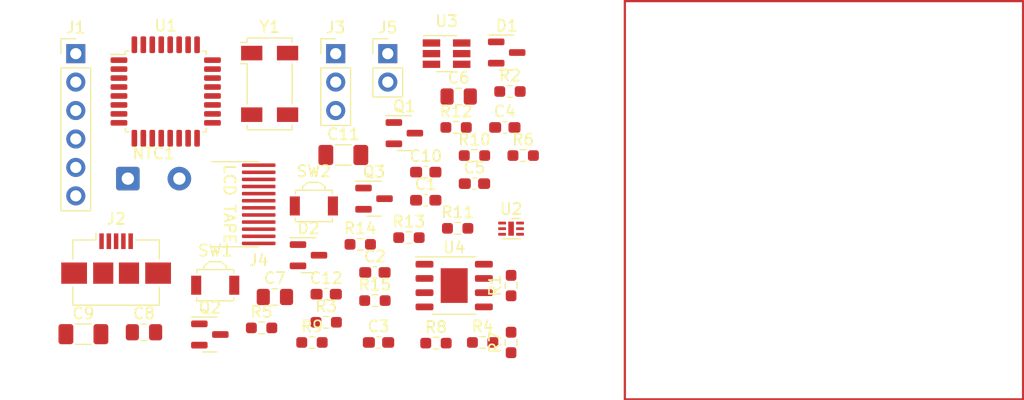
<source format=kicad_pcb>
(kicad_pcb (version 20211014) (generator pcbnew)
  (layers (0 "F.Cu" signal) (31 "B.Cu" signal) (34 "B.Paste" user) (35 "F.Paste" user) (36 "B.SilkS" user "B.Silkscreen") (37 "F.SilkS" user "F.Silkscreen") (38 "B.Mask" user) (39 "F.Mask" user) (44 "Edge.Cuts" user))
  (net 0 "")
  (net 1 "VCC")
  (net 2 "GND")
  (net 3 "/RTC_OSC_OUT")
  (net 4 "/RTC_OSC_IN")
  (net 5 "+BATT")
  (net 6 "Net-(C7-Pad1)")
  (net 7 "+5V")
  (net 8 "/SW_1")
  (net 9 "/SW_2")
  (net 10 "Net-(D1-Pad3)")
  (net 11 "Net-(D2-Pad3)")
  (net 12 "/SWCLK")
  (net 13 "/SWDIO")
  (net 14 "/NRST")
  (net 19 "Net-(J3-Pad1)")
  (net 20 "Net-(J3-Pad3)")
  (net 21 "Net-(J4-Pad2)")
  (net 22 "/LCD_DC")
  (net 23 "/LCD_CS")
  (net 24 "/LCD_SCK")
  (net 25 "/LCD_SDA")
  (net 26 "/LCD_RST")
  (net 27 "Net-(NTC1-Pad2)")
  (net 28 "Net-(Q1-Pad1)")
  (net 29 "Net-(Q1-Pad3)")
  (net 30 "Net-(Q2-Pad3)")
  (net 31 "Net-(Q3-Pad1)")
  (net 32 "Net-(Q3-Pad3)")
  (net 33 "/A_BAT_EN")
  (net 34 "/A_BAT")
  (net 35 "/LCD_BLK")
  (net 36 "Net-(R13-Pad1)")
  (net 37 "/BAT_CH")
  (net 40 "/UART.TX")
  (net 41 "/UART.RX")
  (footprint "Resistor_SMD:R_0603_1608Metric_Pad0.98x0.95mm_HandSolder" (layer "F.Cu") (at 155.98 56.68)
    (fp_text reference "R13" (at 0 -1.43) (layer "F.SilkS"))
    (fp_text value "2,4k")
    (fp_line (start -0.254724 0.5225) (end 0.254724 0.5225) (layer "F.SilkS") (width 0.12))
    (fp_line (start -0.254724 -0.5225) (end 0.254724 -0.5225) (layer "F.SilkS") (width 0.12))
    (pad "1" smd roundrect (at -0.9125 0) (size 0.975 0.95) (layers "F.Cu" "F.Paste" "F.Mask") (net 36 "Net-(R13-Pad1)"))
    (pad "2" smd roundrect (at 0.9125 0) (size 0.975 0.95) (layers "F.Cu" "F.Paste" "F.Mask") (net 2 "GND"))
  )
  (footprint "Capacitor_SMD:C_0603_1608Metric_Pad1.08x0.95mm_HandSolder" (layer "F.Cu") (at 152.94 59.79)
    (fp_text reference "C2" (at 0 -1.43) (layer "F.SilkS"))
    (fp_text value "100n")
    (fp_line (start -0.146267 0.51) (end 0.146267 0.51) (layer "F.SilkS") (width 0.12))
    (fp_line (start -0.146267 -0.51) (end 0.146267 -0.51) (layer "F.SilkS") (width 0.12))
    (pad "1" smd roundrect (at -0.8625 0) (size 1.075 0.95) (layers "F.Cu" "F.Paste" "F.Mask") (net 1 "VCC"))
    (pad "2" smd roundrect (at 0.8625 0) (size 1.075 0.95) (layers "F.Cu" "F.Paste" "F.Mask") (net 2 "GND"))
  )
  (footprint "Capacitor_SMD:C_0805_2012Metric_Pad1.18x1.45mm_HandSolder" (layer "F.Cu") (at 132.32 65.13)
    (fp_text reference "C8" (at 0 -1.68) (layer "F.SilkS"))
    (fp_text value "1u")
    (fp_line (start -0.261252 0.735) (end 0.261252 0.735) (layer "F.SilkS") (width 0.12))
    (fp_line (start -0.261252 -0.735) (end 0.261252 -0.735) (layer "F.SilkS") (width 0.12))
    (pad "1" smd roundrect (at -1.0375 0) (size 1.175 1.45) (layers "F.Cu" "F.Paste" "F.Mask") (roundrect_rratio 0.212766) (net 1 "VCC"))
    (pad "2" smd roundrect (at 1.0375 0) (size 1.175 1.45) (layers "F.Cu" "F.Paste" "F.Mask") (roundrect_rratio 0.212766) (net 2 "GND"))
  )
  (footprint "Package_TO_SOT_SMD:SOT-23" (layer "F.Cu") (at 138.2 65.33)
    (fp_text reference "Q2" (at 0 -2.4) (layer "F.SilkS"))
    (fp_text value "IRLML6402")
    (fp_line (start 0 -1.56) (end -1.675 -1.56) (layer "F.SilkS") (width 0.12))
    (fp_line (start 0 1.56) (end -0.65 1.56) (layer "F.SilkS") (width 0.12))
    (fp_line (start 0 -1.56) (end 0.65 -1.56) (layer "F.SilkS") (width 0.12))
    (fp_line (start 0 1.56) (end 0.65 1.56) (layer "F.SilkS") (width 0.12))
    (pad "1" smd roundrect (at -0.9375 -0.95) (size 1.475 0.6) (layers "F.Cu" "F.Paste" "F.Mask") (net 29 "Net-(Q1-Pad3)"))
    (pad "2" smd roundrect (at -0.9375 0.95) (size 1.475 0.6) (layers "F.Cu" "F.Paste" "F.Mask") (net 5 "+BATT"))
    (pad "3" smd roundrect (at 0.9375 0) (size 1.475 0.6) (layers "F.Cu" "F.Paste" "F.Mask") (net 30 "Net-(Q2-Pad3)"))
  )
  (footprint "Capacitor_SMD:C_0603_1608Metric_Pad1.08x0.95mm_HandSolder" (layer "F.Cu") (at 153.2625 66.04)
    (fp_text reference "C3" (at 0 -1.43) (layer "F.SilkS"))
    (fp_text value "100n")
    (fp_line (start -0.146267 0.51) (end 0.146267 0.51) (layer "F.SilkS") (width 0.12))
    (fp_line (start -0.146267 -0.51) (end 0.146267 -0.51) (layer "F.SilkS") (width 0.12))
    (pad "1" smd roundrect (at -0.8625 0) (size 1.075 0.95) (layers "F.Cu" "F.Paste" "F.Mask") (net 1 "VCC"))
    (pad "2" smd roundrect (at 0.8625 0) (size 1.075 0.95) (layers "F.Cu" "F.Paste" "F.Mask") (net 2 "GND"))
  )
  (footprint "Resistor_SMD:R_0603_1608Metric_Pad0.98x0.95mm_HandSolder" (layer "F.Cu") (at 158.3925 66.1)
    (fp_text reference "R8" (at 0 -1.43) (layer "F.SilkS"))
    (fp_text value "1k")
    (fp_line (start -0.254724 -0.5225) (end 0.254724 -0.5225) (layer "F.SilkS") (width 0.12))
    (fp_line (start -0.254724 0.5225) (end 0.254724 0.5225) (layer "F.SilkS") (width 0.12))
    (pad "1" smd roundrect (at -0.9125 0) (size 0.975 0.95) (layers "F.Cu" "F.Paste" "F.Mask") (net 35 "/LCD_BLK"))
    (pad "2" smd roundrect (at 0.9125 0) (size 0.975 0.95) (layers "F.Cu" "F.Paste" "F.Mask") (net 31 "Net-(Q3-Pad1)"))
  )
  (footprint "Connector_PinHeader_2.54mm:PinHeader_1x03_P2.54mm_Vertical" (layer "F.Cu") (at 149.44 40.25)
    (fp_text reference "J3" (at 0 -2.33) (layer "F.SilkS"))
    (fp_text value "Conn_01x03_Male")
    (fp_line (start -1.33 -1.33) (end 0 -1.33) (layer "F.SilkS") (width 0.12))
    (fp_line (start -1.33 1.27) (end -1.33 6.41) (layer "F.SilkS") (width 0.12))
    (fp_line (start 1.33 1.27) (end 1.33 6.41) (layer "F.SilkS") (width 0.12))
    (fp_line (start -1.33 0) (end -1.33 -1.33) (layer "F.SilkS") (width 0.12))
    (fp_line (start -1.33 6.41) (end 1.33 6.41) (layer "F.SilkS") (width 0.12))
    (fp_line (start -1.33 1.27) (end 1.33 1.27) (layer "F.SilkS") (width 0.12))
    (pad "1" thru_hole rect (at 0 0) (size 1.7 1.7) (drill 1) (layers *.Cu *.Mask) (net 19 "Net-(J3-Pad1)"))
    (pad "2" thru_hole oval (at 0 2.54) (size 1.7 1.7) (drill 1) (layers *.Cu *.Mask) (net 2 "GND"))
    (pad "3" thru_hole oval (at 0 5.08) (size 1.7 1.7) (drill 1) (layers *.Cu *.Mask) (net 20 "Net-(J3-Pad3)"))
  )
  (footprint "Connector:Flex_Tape_12x0.635" (layer "F.Cu") (at 142.565 53.695)
    (fp_text reference "J4" (at 0 5 unlocked) (layer "F.SilkS"))
    (fp_text value "Conn_01x12")
    (fp_text user "LCD TAPE" (at -2.6 0 270 unlocked) (layer "F.SilkS"))
    (fp_line (start 0 -3.8) (end -4.2 -3.8) (layer "F.SilkS") (width 0.12))
    (fp_line (start 0 3.8) (end -4.2 3.8) (layer "F.SilkS") (width 0.12))
    (pad "1" smd roundrect (at 0 -3.485) (size 3 0.315) (layers "F.Cu" "F.Paste" "F.Mask") (net 2 "GND"))
    (pad "2" smd roundrect (at 0 -2.85) (size 3 0.315) (layers "F.Cu" "F.Paste" "F.Mask") (net 21 "Net-(J4-Pad2)"))
    (pad "3" smd roundrect (at 0 -2.215) (size 3 0.315) (layers "F.Cu" "F.Paste" "F.Mask") (net 1 "VCC"))
    (pad "4" smd roundrect (at 0 -1.58) (size 3 0.315) (layers "F.Cu" "F.Paste" "F.Mask") (net 1 "VCC"))
    (pad "5" smd roundrect (at 0 -0.945) (size 3 0.315) (layers "F.Cu" "F.Paste" "F.Mask") (net 2 "GND"))
    (pad "6" smd roundrect (at 0 -0.31) (size 3 0.315) (layers "F.Cu" "F.Paste" "F.Mask") (net 2 "GND"))
    (pad "7" smd roundrect (at 0 0.325) (size 3 0.315) (layers "F.Cu" "F.Paste" "F.Mask") (net 22 "/LCD_DC"))
    (pad "8" smd roundrect (at 0 0.96) (size 3 0.315) (layers "F.Cu" "F.Paste" "F.Mask") (net 23 "/LCD_CS"))
    (pad "9" smd roundrect (at 0 1.595) (size 3 0.315) (layers "F.Cu" "F.Paste" "F.Mask") (net 24 "/LCD_SCK"))
    (pad "10" smd roundrect (at 0 2.23) (size 3 0.315) (layers "F.Cu" "F.Paste" "F.Mask") (net 25 "/LCD_SDA"))
    (pad "11" smd roundrect (at 0 2.865) (size 3 0.315) (layers "F.Cu" "F.Paste" "F.Mask") (net 26 "/LCD_RST"))
    (pad "12" smd roundrect (at 0 3.5) (size 3 0.315) (layers "F.Cu" "F.Paste" "F.Mask") (net 2 "GND"))
  )
  (footprint "Resistor_SMD:R_0603_1608Metric_Pad0.98x0.95mm_HandSolder" (layer "F.Cu") (at 162.56 66.04)
    (fp_text reference "R4" (at 0 -1.43) (layer "F.SilkS"))
    (fp_text value "100R")
    (fp_line (start -0.254724 -0.5225) (end 0.254724 -0.5225) (layer "F.SilkS") (width 0.12))
    (fp_line (start -0.254724 0.5225) (end 0.254724 0.5225) (layer "F.SilkS") (width 0.12))
    (pad "1" smd roundrect (at -0.9125 0) (size 0.975 0.95) (layers "F.Cu" "F.Paste" "F.Mask") (net 20 "Net-(J3-Pad3)"))
    (pad "2" smd roundrect (at 0.9125 0) (size 0.975 0.95) (layers "F.Cu" "F.Paste" "F.Mask") (net 10 "Net-(D1-Pad3)"))
  )
  (footprint "Connector_Wire:SolderWire-0.5sqmm_1x02_P4.6mm_D0.9mm_OD2.1mm" (layer "F.Cu") (at 130.88 51.41)
    (fp_text reference "NTC1" (at 2.3 -2.25) (layer "F.SilkS"))
    (fp_text value "R")
    (pad "1" thru_hole roundrect (at 0 0) (size 2.1 2.1) (drill 1.1) (layers *.Cu *.Mask) (roundrect_rratio 0.119048) (net 2 "GND"))
    (pad "2" thru_hole circle (at 4.6 0) (size 2.1 2.1) (drill 1.1) (layers *.Cu *.Mask) (net 27 "Net-(NTC1-Pad2)"))
  )
  (footprint "Resistor_SMD:R_0603_1608Metric_Pad0.98x0.95mm_HandSolder" (layer "F.Cu") (at 151.63 57.28)
    (fp_text reference "R14" (at 0 -1.43) (layer "F.SilkS"))
    (fp_text value "10k")
    (fp_line (start -0.254724 0.5225) (end 0.254724 0.5225) (layer "F.SilkS") (width 0.12))
    (fp_line (start -0.254724 -0.5225) (end 0.254724 -0.5225) (layer "F.SilkS") (width 0.12))
    (pad "1" smd roundrect (at -0.9125 0) (size 0.975 0.95) (layers "F.Cu" "F.Paste" "F.Mask") (net 1 "VCC"))
    (pad "2" smd roundrect (at 0.9125 0) (size 0.975 0.95) (layers "F.Cu" "F.Paste" "F.Mask") (net 8 "/SW_1"))
  )
  (footprint "Capacitor_SMD:C_1206_3216Metric_Pad1.33x1.80mm_HandSolder" (layer "F.Cu") (at 150.12 49.3)
    (fp_text reference "C11" (at 0 -1.85) (layer "F.SilkS"))
    (fp_text value "10uF")
    (fp_line (start -0.711252 0.91) (end 0.711252 0.91) (layer "F.SilkS") (width 0.12))
    (fp_line (start -0.711252 -0.91) (end 0.711252 -0.91) (layer "F.SilkS") (width 0.12))
    (pad "1" smd roundrect (at -1.5625 0) (size 1.325 1.8) (layers "F.Cu" "F.Paste" "F.Mask") (roundrect_rratio 0.188679) (net 5 "+BATT"))
    (pad "2" smd roundrect (at 1.5625 0) (size 1.325 1.8) (layers "F.Cu" "F.Paste" "F.Mask") (roundrect_rratio 0.188679) (net 2 "GND"))
  )
  (footprint "Resistor_SMD:R_0603_1608Metric_Pad0.98x0.95mm_HandSolder" (layer "F.Cu") (at 160.19 46.84)
    (fp_text reference "R12" (at 0 -1.43) (layer "F.SilkS"))
    (fp_text value "R")
    (fp_line (start -0.254724 0.5225) (end 0.254724 0.5225) (layer "F.SilkS") (width 0.12))
    (fp_line (start -0.254724 -0.5225) (end 0.254724 -0.5225) (layer "F.SilkS") (width 0.12))
    (pad "1" smd roundrect (at -0.9125 0) (size 0.975 0.95) (layers "F.Cu" "F.Paste" "F.Mask") (net 27 "Net-(NTC1-Pad2)"))
    (pad "2" smd roundrect (at 0.9125 0) (size 0.975 0.95) (layers "F.Cu" "F.Paste" "F.Mask") (net 2 "GND"))
  )
  (footprint "Package_TO_SOT_SMD:SOT-23" (layer "F.Cu") (at 164.71 40.15)
    (fp_text reference "D1" (at 0 -2.4) (layer "F.SilkS"))
    (fp_text value "BAT54S")
    (fp_line (start 0 -1.56) (end 0.65 -1.56) (layer "F.SilkS") (width 0.12))
    (fp_line (start 0 -1.56) (end -1.675 -1.56) (layer "F.SilkS") (width 0.12))
    (fp_line (start 0 1.56) (end 0.65 1.56) (layer "F.SilkS") (width 0.12))
    (fp_line (start 0 1.56) (end -0.65 1.56) (layer "F.SilkS") (width 0.12))
    (pad "1" smd roundrect (at -0.9375 -0.95) (size 1.475 0.6) (layers "F.Cu" "F.Paste" "F.Mask") (net 2 "GND"))
    (pad "2" smd roundrect (at -0.9375 0.95) (size 1.475 0.6) (layers "F.Cu" "F.Paste" "F.Mask") (net 1 "VCC"))
    (pad "3" smd roundrect (at 0.9375 0) (size 1.475 0.6) (layers "F.Cu" "F.Paste" "F.Mask") (net 10 "Net-(D1-Pad3)"))
  )
  (footprint "Package_SO:HSOP-8-1EP_3.9x4.9mm_P1.27mm_EP2.41x3.1mm" (layer "F.Cu") (at 160.02 60.96)
    (fp_text reference "U4" (at 0 -3.4) (layer "F.SilkS"))
    (fp_text value "TP4056")
    (fp_line (start 0 2.56) (end 1.95 2.56) (layer "F.SilkS") (width 0.12))
    (fp_line (start 0 -2.56) (end 1.95 -2.56) (layer "F.SilkS") (width 0.12))
    (fp_line (start 0 -2.56) (end -3.45 -2.56) (layer "F.SilkS") (width 0.12))
    (fp_line (start 0 2.56) (end -1.95 2.56) (layer "F.SilkS") (width 0.12))
    (pad "1" smd roundrect (at -2.65 -1.905) (size 1.6 0.6) (layers "F.Cu" "F.Paste" "F.Mask") (net 27 "Net-(NTC1-Pad2)"))
    (pad "2" smd roundrect (at -2.65 -0.635) (size 1.6 0.6) (layers "F.Cu" "F.Paste" "F.Mask") (net 36 "Net-(R13-Pad1)"))
    (pad "3" smd roundrect (at -2.65 0.635) (size 1.6 0.6) (layers "F.Cu" "F.Paste" "F.Mask") (net 2 "GND"))
    (pad "4" smd roundrect (at -2.65 1.905) (size 1.6 0.6) (layers "F.Cu" "F.Paste" "F.Mask") (net 7 "+5V"))
    (pad "5" smd roundrect (at 2.65 1.905) (size 1.6 0.6) (layers "F.Cu" "F.Paste" "F.Mask") (net 5 "+BATT"))
    (pad "6" smd roundrect (at 2.65 0.635) (size 1.6 0.6) (layers "F.Cu" "F.Paste" "F.Mask"))
    (pad "7" smd roundrect (at 2.65 -0.635) (size 1.6 0.6) (layers "F.Cu" "F.Paste" "F.Mask") (net 37 "/BAT_CH"))
    (pad "8" smd roundrect (at 2.65 -1.905) (size 1.6 0.6) (layers "F.Cu" "F.Paste" "F.Mask") (net 7 "+5V"))
    (pad "9" smd rect (at 0 0) (size 2.41 3.1) (layers "F.Cu" "F.Mask") (net 2 "GND"))
  )
  (footprint "Resistor_SMD:R_0603_1608Metric_Pad0.98x0.95mm_HandSolder" (layer "F.Cu") (at 166.18 49.35)
    (fp_text reference "R6" (at 0 -1.43) (layer "F.SilkS"))
    (fp_text value "100k")
    (fp_line (start -0.254724 -0.5225) (end 0.254724 -0.5225) (layer "F.SilkS") (width 0.12))
    (fp_line (start -0.254724 0.5225) (end 0.254724 0.5225) (layer "F.SilkS") (width 0.12))
    (pad "1" smd roundrect (at -0.9125 0) (size 0.975 0.95) (layers "F.Cu" "F.Paste" "F.Mask") (net 30 "Net-(Q2-Pad3)"))
    (pad "2" smd roundrect (at 0.9125 0) (size 0.975 0.95) (layers "F.Cu" "F.Paste" "F.Mask") (net 34 "/A_BAT"))
  )
  (footprint "Package_TO_SOT_SMD:SOT-23" (layer "F.Cu") (at 152.86 53.2)
    (fp_text reference "Q3" (at 0 -2.4) (layer "F.SilkS"))
    (fp_text value "BC817")
    (fp_line (start 0 1.56) (end -0.65 1.56) (layer "F.SilkS") (width 0.12))
    (fp_line (start 0 -1.56) (end 0.65 -1.56) (layer "F.SilkS") (width 0.12))
    (fp_line (start 0 -1.56) (end -1.675 -1.56) (layer "F.SilkS") (width 0.12))
    (fp_line (start 0 1.56) (end 0.65 1.56) (layer "F.SilkS") (width 0.12))
    (pad "1" smd roundrect (at -0.9375 -0.95) (size 1.475 0.6) (layers "F.Cu" "F.Paste" "F.Mask") (net 31 "Net-(Q3-Pad1)"))
    (pad "2" smd roundrect (at -0.9375 0.95) (size 1.475 0.6) (layers "F.Cu" "F.Paste" "F.Mask") (net 2 "GND"))
    (pad "3" smd roundrect (at 0.9375 0) (size 1.475 0.6) (layers "F.Cu" "F.Paste" "F.Mask") (net 32 "Net-(Q3-Pad3)"))
  )
  (footprint "Package_TO_SOT_SMD:SOT-23-6_Handsoldering" (layer "F.Cu") (at 159.34 40.25)
    (fp_text reference "U3" (at 0 -2.9) (layer "F.SilkS"))
    (fp_text value "74AUC2G34")
    (fp_line (start -0.9 1.61) (end 0.9 1.61) (layer "F.SilkS") (width 0.12))
    (fp_line (start 0.9 -1.61) (end -2.05 -1.61) (layer "F.SilkS") (width 0.12))
    (pad "1" smd rect (at -1.35 -0.95) (size 1.56 0.65) (layers "F.Cu" "F.Paste" "F.Mask") (net 11 "Net-(D2-Pad3)"))
    (pad "2" smd rect (at -1.35 0) (size 1.56 0.65) (layers "F.Cu" "F.Paste" "F.Mask") (net 2 "GND"))
    (pad "3" smd rect (at -1.35 0.95) (size 1.56 0.65) (layers "F.Cu" "F.Paste" "F.Mask") (net 40 "/UART.TX"))
    (pad "4" smd rect (at 1.35 0.95) (size 1.56 0.65) (layers "F.Cu" "F.Paste" "F.Mask") (net 10 "Net-(D1-Pad3)"))
    (pad "5" smd rect (at 1.35 0) (size 1.56 0.65) (layers "F.Cu" "F.Paste" "F.Mask") (net 1 "VCC"))
    (pad "6" smd rect (at 1.35 -0.95) (size 1.56 0.65) (layers "F.Cu" "F.Paste" "F.Mask") (net 41 "/UART.RX"))
  )
  (footprint "Resistor_SMD:R_0603_1608Metric_Pad0.98x0.95mm_HandSolder" (layer "F.Cu") (at 165 43.63)
    (fp_text reference "R2" (at 0 -1.43) (layer "F.SilkS"))
    (fp_text value "100k")
    (fp_line (start -0.254724 0.5225) (end 0.254724 0.5225) (layer "F.SilkS") (width 0.12))
    (fp_line (start -0.254724 -0.5225) (end 0.254724 -0.5225) (layer "F.SilkS") (width 0.12))
    (pad "1" smd roundrect (at -0.9125 0) (size 0.975 0.95) (layers "F.Cu" "F.Paste" "F.Mask") (net 5 "+BATT"))
    (pad "2" smd roundrect (at 0.9125 0) (size 0.975 0.95) (layers "F.Cu" "F.Paste" "F.Mask") (net 29 "Net-(Q1-Pad3)"))
  )
  (footprint "Resistor_SMD:R_0603_1608Metric_Pad0.98x0.95mm_HandSolder" (layer "F.Cu") (at 161.83 49.35)
    (fp_text reference "R10" (at 0 -1.43) (layer "F.SilkS"))
    (fp_text value "10R")
    (fp_line (start -0.254724 0.5225) (end 0.254724 0.5225) (layer "F.SilkS") (width 0.12))
    (fp_line (start -0.254724 -0.5225) (end 0.254724 -0.5225) (layer "F.SilkS") (width 0.12))
    (pad "1" smd roundrect (at -0.9125 0) (size 0.975 0.95) (layers "F.Cu" "F.Paste" "F.Mask") (net 32 "Net-(Q3-Pad3)"))
    (pad "2" smd roundrect (at 0.9125 0) (size 0.975 0.95) (layers "F.Cu" "F.Paste" "F.Mask") (net 21 "Net-(J4-Pad2)"))
  )
  (footprint "Connector_USB:USB_Micro-B_Amphenol_10104110_Horizontal" (layer "F.Cu") (at 129.83 58.55)
    (fp_text reference "J2" (at 0 -3.55) (layer "F.SilkS"))
    (fp_text value "USB_B_Micro")
    (fp_line (start 3.86 0.05) (end 3.86 -1.66) (layer "F.SilkS") (width 0.12))
    (fp_line (start 3.86 4.16) (end 3.86 2.55) (layer "F.SilkS") (width 0.12))
    (fp_line (start -3.86 0.05) (end -3.86 -1.66) (layer "F.SilkS") (width 0.12))
    (fp_line (start -3.86 -1.66) (end -1.8 -1.66) (layer "F.SilkS") (width 0.12))
    (fp_line (start -3.86 4.16) (end -3.86 2.55) (layer "F.SilkS") (width 0.12))
    (fp_line (start -3.86 4.16) (end 3.86 4.16) (layer "F.SilkS") (width 0.12))
    (fp_line (start 3.86 -1.66) (end 1.8 -1.66) (layer "F.SilkS") (width 0.12))
    (fp_line (start -1.8 -1.66) (end -1.8 -2.25) (layer "F.SilkS") (width 0.12))
    (pad "1" smd rect (at -1.3 -1.55) (size 0.4 1.4) (layers "F.Cu" "F.Paste" "F.Mask") (net 7 "+5V"))
    (pad "2" smd rect (at -0.65 -1.55) (size 0.4 1.4) (layers "F.Cu" "F.Paste" "F.Mask"))
    (pad "3" smd rect (at 0 -1.55) (size 0.4 1.4) (layers "F.Cu" "F.Paste" "F.Mask"))
    (pad "4" smd rect (at 0.65 -1.55) (size 0.4 1.4) (layers "F.Cu" "F.Paste" "F.Mask"))
    (pad "5" smd rect (at 1.3 -1.55) (size 0.4 1.4) (layers "F.Cu" "F.Paste" "F.Mask") (net 2 "GND"))
    (pad "6" smd rect (at -3.75 1.3) (size 2.3 1.9) (layers "F.Cu" "F.Paste" "F.Mask") (net 2 "GND"))
    (pad "6" smd rect (at 1.15 1.3) (size 1.8 1.9) (layers "F.Cu" "F.Paste" "F.Mask") (net 2 "GND"))
    (pad "6" smd rect (at 3.75 1.3) (size 2.3 1.9) (layers "F.Cu" "F.Paste" "F.Mask") (net 2 "GND"))
    (pad "6" smd rect (at -1.15 1.3) (size 1.8 1.9) (layers "F.Cu" "F.Paste" "F.Mask") (net 2 "GND"))
  )
  (footprint "Package_TO_SOT_SMD:SOT-23" (layer "F.Cu") (at 147.01 58.25)
    (fp_text reference "D2" (at 0 -2.4) (layer "F.SilkS"))
    (fp_text value "BAT54S")
    (fp_line (start 0 1.56) (end 0.65 1.56) (layer "F.SilkS") (width 0.12))
    (fp_line (start 0 -1.56) (end -1.675 -1.56) (layer "F.SilkS") (width 0.12))
    (fp_line (start 0 -1.56) (end 0.65 -1.56) (layer "F.SilkS") (width 0.12))
    (fp_line (start 0 1.56) (end -0.65 1.56) (layer "F.SilkS") (width 0.12))
    (pad "1" smd roundrect (at -0.9375 -0.95) (size 1.475 0.6) (layers "F.Cu" "F.Paste" "F.Mask") (net 2 "GND"))
    (pad "2" smd roundrect (at -0.9375 0.95) (size 1.475 0.6) (layers "F.Cu" "F.Paste" "F.Mask") (net 1 "VCC"))
    (pad "3" smd roundrect (at 0.9375 0) (size 1.475 0.6) (layers "F.Cu" "F.Paste" "F.Mask") (net 11 "Net-(D2-Pad3)"))
  )
  (footprint "Capacitor_SMD:C_0603_1608Metric_Pad1.08x0.95mm_HandSolder" (layer "F.Cu") (at 161.83 51.86)
    (fp_text reference "C5" (at 0 -1.43) (layer "F.SilkS"))
    (fp_text value "27pF")
    (fp_line (start -0.146267 -0.51) (end 0.146267 -0.51) (layer "F.SilkS") (width 0.12))
    (fp_line (start -0.146267 0.51) (end 0.146267 0.51) (layer "F.SilkS") (width 0.12))
    (pad "1" smd roundrect (at -0.8625 0) (size 1.075 0.95) (layers "F.Cu" "F.Paste" "F.Mask") (net 4 "/RTC_OSC_IN"))
    (pad "2" smd roundrect (at 0.8625 0) (size 1.075 0.95) (layers "F.Cu" "F.Paste" "F.Mask") (net 2 "GND"))
  )
  (footprint "Resistor_SMD:R_0603_1608Metric_Pad0.98x0.95mm_HandSolder" (layer "F.Cu") (at 160.33 55.85)
    (fp_text reference "R11" (at 0 -1.43) (layer "F.SilkS"))
    (fp_text value "R")
    (fp_line (start -0.254724 -0.5225) (end 0.254724 -0.5225) (layer "F.SilkS") (width 0.12))
    (fp_line (start -0.254724 0.5225) (end 0.254724 0.5225) (layer "F.SilkS") (width 0.12))
    (pad "1" smd roundrect (at -0.9125 0) (size 0.975 0.95) (layers "F.Cu" "F.Paste" "F.Mask") (net 7 "+5V"))
    (pad "2" smd roundrect (at 0.9125 0) (size 0.975 0.95) (layers "F.Cu" "F.Paste" "F.Mask") (net 27 "Net-(NTC1-Pad2)"))
  )
  (footprint "Connector_PinHeader_2.54mm:PinHeader_1x02_P2.54mm_Vertical" (layer "F.Cu") (at 154.09 40.25)
    (fp_text reference "J5" (at 0 -2.33) (layer "F.SilkS"))
    (fp_text value "Conn_01x02_Male")
    (fp_line (start -1.33 1.27) (end 1.33 1.27) (layer "F.SilkS") (width 0.12))
    (fp_line (start -1.33 3.87) (end 1.33 3.87) (layer "F.SilkS") (width 0.12))
    (fp_line (start -1.33 1.27) (end -1.33 3.87) (layer "F.SilkS") (width 0.12))
    (fp_line (start -1.33 0) (end -1.33 -1.33) (layer "F.SilkS") (width 0.12))
    (fp_line (start -1.33 -1.33) (end 0 -1.33) (layer "F.SilkS") (width 0.12))
    (fp_line (start 1.33 1.27) (end 1.33 3.87) (layer "F.SilkS") (width 0.12))
    (pad "1" thru_hole rect (at 0 0) (size 1.7 1.7) (drill 1) (layers *.Cu *.Mask) (net 2 "GND"))
    (pad "2" thru_hole oval (at 0 2.54) (size 1.7 1.7) (drill 1) (layers *.Cu *.Mask) (net 5 "+BATT"))
  )
  (footprint "Resistor_SMD:R_0603_1608Metric_Pad0.98x0.95mm_HandSolder" (layer "F.Cu") (at 165.1 66.04 90)
    (fp_text reference "R7" (at 0 -1.43 90) (layer "F.SilkS"))
    (fp_text value "10k")
    (fp_line (start -0.254724 -0.5225) (end 0.254724 -0.5225) (layer "F.SilkS") (width 0.12))
    (fp_line (start -0.254724 0.5225) (end 0.254724 0.5225) (layer "F.SilkS") (width 0.12))
    (pad "1" smd roundrect (at -0.9125 0 90) (size 0.975 0.95) (layers "F.Cu" "F.Paste" "F.Mask") (net 34 "/A_BAT"))
    (pad "2" smd roundrect (at 0.9125 0 90) (size 0.975 0.95) (layers "F.Cu" "F.Paste" "F.Mask") (net 2 "GND"))
  )
  (footprint "Capacitor_SMD:C_1206_3216Metric_Pad1.33x1.80mm_HandSolder" (layer "F.Cu") (at 126.91 65.3)
    (fp_text reference "C9" (at 0 -1.85) (layer "F.SilkS"))
    (fp_text value "10uF")
    (fp_line (start -0.711252 0.91) (end 0.711252 0.91) (layer "F.SilkS") (width 0.12))
    (fp_line (start -0.711252 -0.91) (end 0.711252 -0.91) (layer "F.SilkS") (width 0.12))
    (pad "1" smd roundrect (at -1.5625 0) (size 1.325 1.8) (layers "F.Cu" "F.Paste" "F.Mask") (roundrect_rratio 0.188679) (net 7 "+5V"))
    (pad "2" smd roundrect (at 1.5625 0) (size 1.325 1.8) (layers "F.Cu" "F.Paste" "F.Mask") (roundrect_rratio 0.188679) (net 2 "GND"))
  )
  (footprint "Capacitor_SMD:C_0805_2012Metric_Pad1.18x1.45mm_HandSolder" (layer "F.Cu") (at 144.01 61.98)
    (fp_text reference "C7" (at 0 -1.68) (layer "F.SilkS"))
    (fp_text value "1u")
    (fp_line (start -0.261252 -0.735) (end 0.261252 -0.735) (layer "F.SilkS") (width 0.12))
    (fp_line (start -0.261252 0.735) (end 0.261252 0.735) (layer "F.SilkS") (width 0.12))
    (pad "1" smd roundrect (at -1.0375 0) (size 1.175 1.45) (layers "F.Cu" "F.Paste" "F.Mask") (roundrect_rratio 0.212766) (net 6 "Net-(C7-Pad1)"))
    (pad "2" smd roundrect (at 1.0375 0) (size 1.175 1.45) (layers "F.Cu" "F.Paste" "F.Mask") (roundrect_rratio 0.212766) (net 2 "GND"))
  )
  (footprint "Resistor_SMD:R_0603_1608Metric_Pad0.98x0.95mm_HandSolder" (layer "F.Cu") (at 142.82 64.74)
    (fp_text reference "R5" (at 0 -1.43) (layer "F.SilkS"))
    (fp_text value "10k")
    (fp_line (start -0.254724 0.5225) (end 0.254724 0.5225) (layer "F.SilkS") (width 0.12))
    (fp_line (start -0.254724 -0.5225) (end 0.254724 -0.5225) (layer "F.SilkS") (width 0.12))
    (pad "1" smd roundrect (at -0.9125 0) (size 0.975 0.95) (layers "F.Cu" "F.Paste" "F.Mask") (net 2 "GND"))
    (pad "2" smd roundrect (at 0.9125 0) (size 0.975 0.95) (layers "F.Cu" "F.Paste" "F.Mask") (net 10 "Net-(D1-Pad3)"))
  )
  (footprint "Package_QFP:LQFP-32_7x7mm_P0.8mm" (layer "F.Cu") (at 134.26 43.63)
    (fp_text reference "U1" (at 0 -5.88) (layer "F.SilkS"))
    (fp_text value "STM32L051K6Tx")
    (fp_line (start -3.31 -3.61) (end -3.61 -3.61) (layer "F.SilkS") (width 0.12))
    (fp_line (start 3.31 -3.61) (end 3.61 -3.61) (layer "F.SilkS") (width 0.12))
    (fp_line (start -3.61 -3.31) (end -4.925 -3.31) (layer "F.SilkS") (width 0.12))
    (fp_line (start 3.61 -3.61) (end 3.61 -3.31) (layer "F.SilkS") (width 0.12))
    (fp_line (start -3.61 3.61) (end -3.61 3.31) (layer "F.SilkS") (width 0.12))
    (fp_line (start -3.61 -3.61) (end -3.61 -3.31) (layer "F.SilkS") (width 0.12))
    (fp_line (start 3.31 3.61) (end 3.61 3.61) (layer "F.SilkS") (width 0.12))
    (fp_line (start 3.61 3.61) (end 3.61 3.31) (layer "F.SilkS") (width 0.12))
    (fp_line (start -3.31 3.61) (end -3.61 3.61) (layer "F.SilkS") (width 0.12))
    (pad "1" smd roundrect (at -4.175 -2.8) (size 1.5 0.5) (layers "F.Cu" "F.Paste" "F.Mask") (net 1 "VCC"))
    (pad "2" smd roundrect (at -4.175 -2) (size 1.5 0.5) (layers "F.Cu" "F.Paste" "F.Mask") (net 4 "/RTC_OSC_IN"))
    (pad "3" smd roundrect (at -4.175 -1.2) (size 1.5 0.5) (layers "F.Cu" "F.Paste" "F.Mask") (net 3 "/RTC_OSC_OUT"))
    (pad "4" smd roundrect (at -4.175 -0.4) (size 1.5 0.5) (layers "F.Cu" "F.Paste" "F.Mask") (net 14 "/NRST"))
    (pad "5" smd roundrect (at -4.175 0.4) (size 1.5 0.5) (layers "F.Cu" "F.Paste" "F.Mask") (net 1 "VCC"))
    (pad "6" smd roundrect (at -4.175 1.2) (size 1.5 0.5) (layers "F.Cu" "F.Paste" "F.Mask") (net 34 "/A_BAT"))
    (pad "7" smd roundrect (at -4.175 2) (size 1.5 0.5) (layers "F.Cu" "F.Paste" "F.Mask") (net 37 "/BAT_CH"))
    (pad "8" smd roundrect (at -4.175 2.8) (size 1.5 0.5) (layers "F.Cu" "F.Paste" "F.Mask") (net 33 "/A_BAT_EN"))
    (pad "9" smd roundrect (at -2.8 4.175) (size 0.5 1.5) (layers "F.Cu" "F.Paste" "F.Mask"))
    (pad "10" smd roundrect (at -2 4.175) (size 0.5 1.5) (layers "F.Cu" "F.Paste" "F.Mask") (net 22 "/LCD_DC"))
    (pad "11" smd roundrect (at -1.2 4.175) (size 0.5 1.5) (layers "F.Cu" "F.Paste" "F.Mask") (net 24 "/LCD_SCK"))
    (pad "12" smd roundrect (at -0.4 4.175) (size 0.5 1.5) (layers "F.Cu" "F.Paste" "F.Mask") (net 35 "/LCD_BLK"))
    (pad "13" smd roundrect (at 0.4 4.175) (size 0.5 1.5) (layers "F.Cu" "F.Paste" "F.Mask") (net 25 "/LCD_SDA"))
    (pad "14" smd roundrect (at 1.2 4.175) (size 0.5 1.5) (layers "F.Cu" "F.Paste" "F.Mask") (net 23 "/LCD_CS"))
    (pad "15" smd roundrect (at 2 4.175) (size 0.5 1.5) (layers "F.Cu" "F.Paste" "F.Mask") (net 26 "/LCD_RST"))
    (pad "16" smd roundrect (at 2.8 4.175) (size 0.5 1.5) (layers "F.Cu" "F.Paste" "F.Mask") (net 2 "GND"))
    (pad "17" smd roundrect (at 4.175 2.8) (size 1.5 0.5) (layers "F.Cu" "F.Paste" "F.Mask") (net 1 "VCC"))
    (pad "18" smd roundrect (at 4.175 2) (size 1.5 0.5) (layers "F.Cu" "F.Paste" "F.Mask"))
    (pad "19" smd roundrect (at 4.175 1.2) (size 1.5 0.5) (layers "F.Cu" "F.Paste" "F.Mask") (net 40 "/UART.TX"))
    (pad "20" smd roundrect (at 4.175 0.4) (size 1.5 0.5) (layers "F.Cu" "F.Paste" "F.Mask") (net 41 "/UART.RX"))
    (pad "21" smd roundrect (at 4.175 -0.4) (size 1.5 0.5) (layers "F.Cu" "F.Paste" "F.Mask"))
    (pad "22" smd roundrect (at 4.175 -1.2) (size 1.5 0.5) (layers "F.Cu" "F.Paste" "F.Mask"))
    (pad "23" smd roundrect (at 4.175 -2) (size 1.5 0.5) (layers "F.Cu" "F.Paste" "F.Mask") (net 13 "/SWDIO"))
    (pad "24" smd roundrect (at 4.175 -2.8) (size 1.5 0.5) (layers "F.Cu" "F.Paste" "F.Mask") (net 12 "/SWCLK"))
    (pad "25" smd roundrect (at 2.8 -4.175) (size 0.5 1.5) (layers "F.Cu" "F.Paste" "F.Mask") (net 9 "/SW_2"))
    (pad "26" smd roundrect (at 2 -4.175) (size 0.5 1.5) (layers "F.Cu" "F.Paste" "F.Mask") (net 8 "/SW_1"))
    (pad "27" smd roundrect (at 1.2 -4.175) (size 0.5 1.5) (layers "F.Cu" "F.Paste" "F.Mask"))
    (pad "28" smd roundrect (at 0.4 -4.175) (size 0.5 1.5) (layers "F.Cu" "F.Paste" "F.Mask"))
    (pad "29" smd roundrect (at -0.4 -4.175) (size 0.5 1.5) (layers "F.Cu" "F.Paste" "F.Mask"))
    (pad "30" smd roundrect (at -1.2 -4.175) (size 0.5 1.5) (layers "F.Cu" "F.Paste" "F.Mask"))
    (pad "31" smd roundrect (at -2 -4.175) (size 0.5 1.5) (layers "F.Cu" "F.Paste" "F.Mask"))
    (pad "32" smd roundrect (at -2.8 -4.175) (size 0.5 1.5) (layers "F.Cu" "F.Paste" "F.Mask") (net 2 "GND"))
  )
  (footprint "Capacitor_SMD:C_0603_1608Metric_Pad1.08x0.95mm_HandSolder" (layer "F.Cu") (at 164.54 46.84)
    (fp_text reference "C4" (at 0 -1.43) (layer "F.SilkS"))
    (fp_text value "20pF")
    (fp_line (start -0.146267 0.51) (end 0.146267 0.51) (layer "F.SilkS") (width 0.12))
    (fp_line (start -0.146267 -0.51) (end 0.146267 -0.51) (layer "F.SilkS") (width 0.12))
    (pad "1" smd roundrect (at -0.8625 0) (size 1.075 0.95) (layers "F.Cu" "F.Paste" "F.Mask") (net 3 "/RTC_OSC_OUT"))
    (pad "2" smd roundrect (at 0.8625 0) (size 1.075 0.95) (layers "F.Cu" "F.Paste" "F.Mask") (net 2 "GND"))
  )
  (footprint "Crystal:Crystal_SMD_Abracon_ABS25-4Pin_8.0x3.8mm" (layer "F.Cu") (at 143.54 42.95)
    (fp_text reference "Y1" (at 0 -5.08) (layer "F.SilkS"))
    (fp_text value "Crystal_GND24")
    (fp_line (start -2.01 4.1) (end -2.01 3.7) (layer "F.SilkS") (width 0.12))
    (fp_line (start 2.01 -1.8) (end 2.01 1.8) (layer "F.SilkS") (width 0.12))
    (fp_line (start 2.01 -4.1) (end -2.01 -4.1) (layer "F.SilkS") (width 0.12))
    (fp_line (start 2.01 4.1) (end 2.01 3.7) (layer "F.SilkS") (width 0.12))
    (fp_line (start -2.01 -1.8) (end -2.6 -1.8) (layer "F.SilkS") (width 0.12))
    (fp_line (start 2.01 -4.1) (end 2.01 -3.7) (layer "F.SilkS") (width 0.12))
    (fp_line (start -2.01 -4.1) (end -2.01 -3.7) (layer "F.SilkS") (width 0.12))
    (fp_line (start 2.01 4.1) (end -2.01 4.1) (layer "F.SilkS") (width 0.12))
    (fp_line (start -2.01 -1.8) (end -2.01 1.8) (layer "F.SilkS") (width 0.12))
    (fp_line (start -2.6 -3.7) (end -2.01 -3.7) (layer "F.SilkS") (width 0.12))
    (pad "1" smd rect (at -1.6 -2.75 270) (size 1.3 1.9) (layers "F.Cu" "F.Paste" "F.Mask") (net 3 "/RTC_OSC_OUT"))
    (pad "2" smd rect (at -1.6 2.75 270) (size 1.3 1.9) (layers "F.Cu" "F.Paste" "F.Mask") (net 2 "GND"))
    (pad "3" smd rect (at 1.6 2.75 270) (size 1.3 1.9) (layers "F.Cu" "F.Paste" "F.Mask") (net 2 "GND"))
    (pad "4" smd rect (at 1.6 -2.75 270) (size 1.3 1.9) (layers "F.Cu" "F.Paste" "F.Mask") (net 4 "/RTC_OSC_IN"))
  )
  (footprint "Resistor_SMD:R_0603_1608Metric_Pad0.98x0.95mm_HandSolder" (layer "F.Cu") (at 147.32 66.04)
    (fp_text reference "R9" (at 0 -1.43) (layer "F.SilkS"))
    (fp_text value "10k")
    (fp_line (start -0.254724 0.5225) (end 0.254724 0.5225) (layer "F.SilkS") (width 0.12))
    (fp_line (start -0.254724 -0.5225) (end 0.254724 -0.5225) (layer "F.SilkS") (width 0.12))
    (pad "1" smd roundrect (at -0.9125 0) (size 0.975 0.95) (layers "F.Cu" "F.Paste" "F.Mask") (net 1 "VCC"))
    (pad "2" smd roundrect (at 0.9125 0) (size 0.975 0.95) (layers "F.Cu" "F.Paste" "F.Mask") (net 31 "Net-(Q3-Pad1)"))
  )
  (footprint "Capacitor_SMD:C_0603_1608Metric_Pad1.08x0.95mm_HandSolder" (layer "F.Cu") (at 157.48 50.83)
    (fp_text reference "C10" (at 0 -1.43) (layer "F.SilkS"))
    (fp_text value "100nF")
    (fp_line (start -0.146267 -0.51) (end 0.146267 -0.51) (layer "F.SilkS") (width 0.12))
    (fp_line (start -0.146267 0.51) (end 0.146267 0.51) (layer "F.SilkS") (width 0.12))
    (pad "1" smd roundrect (at -0.8625 0) (size 1.075 0.95) (layers "F.Cu" "F.Paste" "F.Mask") (net 8 "/SW_1"))
    (pad "2" smd roundrect (at 0.8625 0) (size 1.075 0.95) (layers "F.Cu" "F.Paste" "F.Mask") (net 2 "GND"))
  )
  (footprint "Resistor_SMD:R_0603_1608Metric_Pad0.98x0.95mm_HandSolder" (layer "F.Cu") (at 148.59 64.24)
    (fp_text reference "R3" (at 0 -1.43) (layer "F.SilkS"))
    (fp_text value "100R")
    (fp_line (start -0.254724 -0.5225) (end 0.254724 -0.5225) (layer "F.SilkS") (width 0.12))
    (fp_line (start -0.254724 0.5225) (end 0.254724 0.5225) (layer "F.SilkS") (width 0.12))
    (pad "1" smd roundrect (at -0.9125 0) (size 0.975 0.95) (layers "F.Cu" "F.Paste" "F.Mask") (net 19 "Net-(J3-Pad1)"))
    (pad "2" smd roundrect (at 0.9125 0) (size 0.975 0.95) (layers "F.Cu" "F.Paste" "F.Mask") (net 11 "Net-(D2-Pad3)"))
  )
  (footprint "Package_DFN_QFN:MLF-6-1EP_1.6x1.6mm_P0.5mm_EP0.5x1.26mm" (layer "F.Cu") (at 165.1 55.88)
    (fp_text reference "U2" (at 0 -1.75) (layer "F.SilkS"))
    (fp_text value "MIC5353-3.3YMT")
    (fp_line (start -0.8 0.91) (end 0.8 0.91) (layer "F.SilkS") (width 0.12))
    (fp_line (start 0 -0.91) (end 0.8 -0.91) (layer "F.SilkS") (width 0.12))
    (pad "1" smd roundrect (at -0.8 -0.5) (size 0.7 0.25) (layers "F.Cu" "F.Paste" "F.Mask") (net 5 "+BATT"))
    (pad "2" smd roundrect (at -0.8 0) (size 0.7 0.25) (layers "F.Cu" "F.Paste" "F.Mask") (net 2 "GND"))
    (pad "3" smd roundrect (at -0.8 0.5) (size 0.7 0.25) (layers "F.Cu" "F.Paste" "F.Mask") (net 5 "+BATT"))
    (pad "4" smd roundrect (at 0.8 0.5) (size 0.7 0.25) (layers "F.Cu" "F.Paste" "F.Mask") (net 1 "VCC"))
    (pad "5" smd roundrect (at 0.8 0) (size 0.7 0.25) (layers "F.Cu" "F.Paste" "F.Mask"))
    (pad "6" smd roundrect (at 0.8 -0.5) (size 0.7 0.25) (layers "F.Cu" "F.Paste" "F.Mask") (net 6 "Net-(C7-Pad1)"))
    (pad "7" smd rect (at 0 0) (size 0.5 1.26) (layers "F.Cu" "F.Mask") (net 2 "GND"))
  )
  (footprint "Connector_PinHeader_2.54mm:PinHeader_1x06_P2.54mm_Vertical" (layer "F.Cu") (at 126.23 40.25)
    (fp_text reference "J1" (at 0 -2.33) (layer "F.SilkS"))
    (fp_text value "Conn_01x06_Male")
    (fp_line (start -1.33 -1.33) (end 0 -1.33) (layer "F.SilkS") (width 0.12))
    (fp_line (start 1.33 1.27) (end 1.33 14.03) (layer "F.SilkS") (width 0.12))
    (fp_line (start -1.33 1.27) (end 1.33 1.27) (layer "F.SilkS") (width 0.12))
    (fp_line (start -1.33 0) (end -1.33 -1.33) (layer "F.SilkS") (width 0.12))
    (fp_line (start -1.33 14.03) (end 1.33 14.03) (layer "F.SilkS") (width 0.12))
    (fp_line (start -1.33 1.27) (end -1.33 14.03) (layer "F.SilkS") (width 0.12))
    (pad "1" thru_hole rect (at 0 0) (size 1.7 1.7) (drill 1) (layers *.Cu *.Mask) (net 1 "VCC"))
    (pad "2" thru_hole oval (at 0 2.54) (size 1.7 1.7) (drill 1) (layers *.Cu *.Mask) (net 12 "/SWCLK"))
    (pad "3" thru_hole oval (at 0 5.08) (size 1.7 1.7) (drill 1) (layers *.Cu *.Mask) (net 2 "GND"))
    (pad "4" thru_hole oval (at 0 7.62) (size 1.7 1.7) (drill 1) (layers *.Cu *.Mask) (net 13 "/SWDIO"))
    (pad "5" thru_hole oval (at 0 10.16) (size 1.7 1.7) (drill 1) (layers *.Cu *.Mask) (net 14 "/NRST"))
    (pad "6" thru_hole oval (at 0 12.7) (size 1.7 1.7) (drill 1) (layers *.Cu *.Mask))
  )
  (footprint "Button_Switch_SMD:SW_SPST_B3U-3000P-B" (layer "F.Cu") (at 147.49 53.85)
    (fp_text reference "SW2" (at 0 -3.1) (layer "F.SilkS"))
    (fp_text value "SW_Push")
    (fp_line (start -1.65 -1.1) (end -1.65 -1.4) (layer "F.SilkS") (width 0.12))
    (fp_line (start 1 -1.72) (end 1 -1.4) (layer "F.SilkS") (width 0.12))
    (fp_line (start -0.5 -2.1) (end 0.5 -2.1) (layer "F.SilkS") (width 0.12))
    (fp_line (start -1.65 1.4) (end 1.65 1.4) (layer "F.SilkS") (width 0.12))
    (fp_line (start -1 -1.72) (end -1 -1.4) (layer "F.SilkS") (width 0.12))
    (fp_line (start 1.65 1.4) (end 1.65 1.1) (layer "F.SilkS") (width 0.12))
    (fp_line (start -1.65 1.1) (end -1.65 1.4) (layer "F.SilkS") (width 0.12))
    (fp_line (start 0.5 -2.1) (end 1 -1.72) (layer "F.SilkS") (width 0.12))
    (fp_line (start -1.65 -1.4) (end 1.65 -1.4) (layer "F.SilkS") (width 0.12))
    (fp_line (start -0.5 -2.1) (end -1 -1.72) (layer "F.SilkS") (width 0.12))
    (fp_line (start 1.65 -1.4) (end 1.65 -1.1) (layer "F.SilkS") (width 0.12))
    (pad "" np_thru_hole circle (at 0 0) (size 0.8 0.8) (drill 0.8) (layers *.Cu *.Mask))
    (pad "1" smd rect (at -1.7 0) (size 0.9 1.7) (layers "F.Cu" "F.Paste" "F.Mask") (net 2 "GND"))
    (pad "2" smd rect (at 1.7 0) (size 0.9 1.7) (layers "F.Cu" "F.Paste" "F.Mask") (net 9 "/SW_2"))
  )
  (footprint "Resistor_SMD:R_0603_1608Metric_Pad0.98x0.95mm_HandSolder" (layer "F.Cu") (at 165.1 60.96 90)
    (fp_text reference "R1" (at 0 -1.43 90) (layer "F.SilkS"))
    (fp_text value "100R")
    (fp_line (start -0.254724 0.5225) (end 0.254724 0.5225) (layer "F.SilkS") (width 0.12))
    (fp_line (start -0.254724 -0.5225) (end 0.254724 -0.5225) (layer "F.SilkS") (width 0.12))
    (pad "1" smd roundrect (at -0.9125 0 90) (size 0.975 0.95) (layers "F.Cu" "F.Paste" "F.Mask") (net 33 "/A_BAT_EN"))
    (pad "2" smd roundrect (at 0.9125 0 90) (size 0.975 0.95) (layers "F.Cu" "F.Paste" "F.Mask") (net 28 "Net-(Q1-Pad1)"))
  )
  (footprint "Package_TO_SOT_SMD:SOT-23" (layer "F.Cu") (at 155.57 47.35)
    (fp_text reference "Q1" (at 0 -2.4) (layer "F.SilkS"))
    (fp_text value "IRLML2060")
    (fp_line (start 0 1.56) (end -0.65 1.56) (layer "F.SilkS") (width 0.12))
    (fp_line (start 0 -1.56) (end 0.65 -1.56) (layer "F.SilkS") (width 0.12))
    (fp_line (start 0 -1.56) (end -1.675 -1.56) (layer "F.SilkS") (width 0.12))
    (fp_line (start 0 1.56) (end 0.65 1.56) (layer "F.SilkS") (width 0.12))
    (pad "1" smd roundrect (at -0.9375 -0.95) (size 1.475 0.6) (layers "F.Cu" "F.Paste" "F.Mask") (net 28 "Net-(Q1-Pad1)"))
    (pad "2" smd roundrect (at -0.9375 0.95) (size 1.475 0.6) (layers "F.Cu" "F.Paste" "F.Mask") (net 2 "GND"))
    (pad "3" smd roundrect (at 0.9375 0) (size 1.475 0.6) (layers "F.Cu" "F.Paste" "F.Mask") (net 29 "Net-(Q1-Pad3)"))
  )
  (footprint "Button_Switch_SMD:SW_SPST_B3U-3000P-B" (layer "F.Cu") (at 138.68 60.93)
    (fp_text reference "SW1" (at 0 -3.1) (layer "F.SilkS"))
    (fp_text value "SW_Push")
    (fp_line (start -0.5 -2.1) (end -1 -1.72) (layer "F.SilkS") (width 0.12))
    (fp_line (start -1.65 -1.4) (end 1.65 -1.4) (layer "F.SilkS") (width 0.12))
    (fp_line (start -1.65 -1.1) (end -1.65 -1.4) (layer "F.SilkS") (width 0.12))
    (fp_line (start 1.65 -1.4) (end 1.65 -1.1) (layer "F.SilkS") (width 0.12))
    (fp_line (start 1.65 1.4) (end 1.65 1.1) (layer "F.SilkS") (width 0.12))
    (fp_line (start 1 -1.72) (end 1 -1.4) (layer "F.SilkS") (width 0.12))
    (fp_line (start -1.65 1.4) (end 1.65 1.4) (layer "F.SilkS") (width 0.12))
    (fp_line (start 0.5 -2.1) (end 1 -1.72) (layer "F.SilkS") (width 0.12))
    (fp_line (start -1.65 1.1) (end -1.65 1.4) (layer "F.SilkS") (width 0.12))
    (fp_line (start -1 -1.72) (end -1 -1.4) (layer "F.SilkS") (width 0.12))
    (fp_line (start -0.5 -2.1) (end 0.5 -2.1) (layer "F.SilkS") (width 0.12))
    (pad "" np_thru_hole circle (at 0 0) (size 0.8 0.8) (drill 0.8) (layers *.Cu *.Mask))
    (pad "1" smd rect (at -1.7 0) (size 0.9 1.7) (layers "F.Cu" "F.Paste" "F.Mask") (net 2 "GND"))
    (pad "2" smd rect (at 1.7 0) (size 0.9 1.7) (layers "F.Cu" "F.Paste" "F.Mask") (net 8 "/SW_1"))
  )
  (footprint "Resistor_SMD:R_0603_1608Metric_Pad0.98x0.95mm_HandSolder" (layer "F.Cu") (at 152.94 62.3)
    (fp_text reference "R15" (at 0 -1.43) (layer "F.SilkS"))
    (fp_text value "10k")
    (fp_line (start -0.254724 0.5225) (end 0.254724 0.5225) (layer "F.SilkS") (width 0.12))
    (fp_line (start -0.254724 -0.5225) (end 0.254724 -0.5225) (layer "F.SilkS") (width 0.12))
    (pad "1" smd roundrect (at -0.9125 0) (size 0.975 0.95) (layers "F.Cu" "F.Paste" "F.Mask") (net 1 "VCC"))
    (pad "2" smd roundrect (at 0.9125 0) (size 0.975 0.95) (layers "F.Cu" "F.Paste" "F.Mask") (net 9 "/SW_2"))
  )
  (footprint "Capacitor_SMD:C_0603_1608Metric_Pad1.08x0.95mm_HandSolder" (layer "F.Cu") (at 157.48 53.34)
    (fp_text reference "C1" (at 0 -1.43) (layer "F.SilkS"))
    (fp_text value "100n")
    (fp_line (start -0.146267 0.51) (end 0.146267 0.51) (layer "F.SilkS") (width 0.12))
    (fp_line (start -0.146267 -0.51) (end 0.146267 -0.51) (layer "F.SilkS") (width 0.12))
    (pad "1" smd roundrect (at -0.8625 0) (size 1.075 0.95) (layers "F.Cu" "F.Paste" "F.Mask") (net 1 "VCC"))
    (pad "2" smd roundrect (at 0.8625 0) (size 1.075 0.95) (layers "F.Cu" "F.Paste" "F.Mask") (net 2 "GND"))
  )
  (footprint "Capacitor_SMD:C_0603_1608Metric_Pad1.08x0.95mm_HandSolder" (layer "F.Cu") (at 148.59 61.73)
    (fp_text reference "C12" (at 0 -1.43) (layer "F.SilkS"))
    (fp_text value "100nF")
    (fp_line (start -0.146267 -0.51) (end 0.146267 -0.51) (layer "F.SilkS") (width 0.12))
    (fp_line (start -0.146267 0.51) (end 0.146267 0.51) (layer "F.SilkS") (width 0.12))
    (pad "1" smd roundrect (at -0.8625 0) (size 1.075 0.95) (layers "F.Cu" "F.Paste" "F.Mask") (net 9 "/SW_2"))
    (pad "2" smd roundrect (at 0.8625 0) (size 1.075 0.95) (layers "F.Cu" "F.Paste" "F.Mask") (net 2 "GND"))
  )
  (footprint "Capacitor_SMD:C_0805_2012Metric_Pad1.18x1.45mm_HandSolder" (layer "F.Cu") (at 160.42 44.08)
    (fp_text reference "C6" (at 0 -1.68) (layer "F.SilkS"))
    (fp_text value "1u")
    (fp_line (start -0.261252 -0.735) (end 0.261252 -0.735) (layer "F.SilkS") (width 0.12))
    (fp_line (start -0.261252 0.735) (end 0.261252 0.735) (layer "F.SilkS") (width 0.12))
    (pad "1" smd roundrect (at -1.0375 0) (size 1.175 1.45) (layers "F.Cu" "F.Paste" "F.Mask") (roundrect_rratio 0.212766) (net 5 "+BATT"))
    (pad "2" smd roundrect (at 1.0375 0) (size 1.175 1.45) (layers "F.Cu" "F.Paste" "F.Mask") (roundrect_rratio 0.212766) (net 2 "GND"))
  )
  (gr_rect (start 175.26 35.56) (end 210.82 71.12) (layer "F.Cu") (width 0.2) (fill none))
)
</source>
